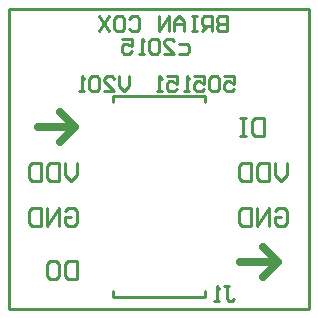
<source format=gbo>
%FSLAX25Y25*%
%MOIN*%
G70*
G01*
G75*
G04 Layer_Color=33789*
%ADD10P,0.08352X4X105.0*%
%ADD11R,0.05906X0.05906*%
%ADD12P,0.08352X4X345.0*%
%ADD13R,0.08000X0.05000*%
%ADD14C,0.02500*%
%ADD15C,0.16500*%
%ADD16C,0.04000*%
%ADD17R,0.17716X0.12205*%
%ADD18C,0.01000*%
D14*
X477000Y515600D02*
X489500D01*
X484500Y510600D02*
X489500Y515600D01*
X484500Y520600D02*
X489500Y515600D01*
X417000Y565600D02*
X422000Y560600D01*
X417000Y555600D02*
X422000Y560600D01*
X409500D02*
X422000D01*
D18*
X400000Y600000D02*
X500000D01*
Y500000D02*
Y600000D01*
X400000Y500000D02*
X500000D01*
X400000D02*
Y600000D01*
X434641Y569018D02*
Y570987D01*
X465153D01*
Y569018D02*
Y570987D01*
X434641Y504058D02*
Y506026D01*
Y504058D02*
X465153D01*
Y506026D01*
X471668Y507498D02*
X473334D01*
X472501D01*
Y503333D01*
X473334Y502500D01*
X474167D01*
X475000Y503333D01*
X470002Y502500D02*
X468335D01*
X469169D01*
Y507498D01*
X470002Y506665D01*
X440000Y577498D02*
Y574166D01*
X438334Y572500D01*
X436668Y574166D01*
Y577498D01*
X431669Y572500D02*
X435002D01*
X431669Y575832D01*
Y576665D01*
X432502Y577498D01*
X434169D01*
X435002Y576665D01*
X430003D02*
X429170Y577498D01*
X427504D01*
X426671Y576665D01*
Y573333D01*
X427504Y572500D01*
X429170D01*
X430003Y573333D01*
Y576665D01*
X425005Y572500D02*
X423339D01*
X424172D01*
Y577498D01*
X425005Y576665D01*
X492500Y548498D02*
Y544499D01*
X490501Y542500D01*
X488501Y544499D01*
Y548498D01*
X486502D02*
Y542500D01*
X483503D01*
X482503Y543500D01*
Y547498D01*
X483503Y548498D01*
X486502D01*
X480504D02*
Y542500D01*
X477505D01*
X476505Y543500D01*
Y547498D01*
X477505Y548498D01*
X480504D01*
X418501Y532498D02*
X419501Y533498D01*
X421500D01*
X422500Y532498D01*
Y528500D01*
X421500Y527500D01*
X419501D01*
X418501Y528500D01*
Y530499D01*
X420501D01*
X416502Y527500D02*
Y533498D01*
X412503Y527500D01*
Y533498D01*
X410504D02*
Y527500D01*
X407505D01*
X406505Y528500D01*
Y532498D01*
X407505Y533498D01*
X410504D01*
X422500Y515998D02*
Y510000D01*
X419501D01*
X418501Y511000D01*
Y514998D01*
X419501Y515998D01*
X422500D01*
X413503D02*
X415502D01*
X416502Y514998D01*
Y511000D01*
X415502Y510000D01*
X413503D01*
X412503Y511000D01*
Y514998D01*
X413503Y515998D01*
X422500Y548498D02*
Y544499D01*
X420501Y542500D01*
X418501Y544499D01*
Y548498D01*
X416502D02*
Y542500D01*
X413503D01*
X412503Y543500D01*
Y547498D01*
X413503Y548498D01*
X416502D01*
X410504D02*
Y542500D01*
X407505D01*
X406505Y543500D01*
Y547498D01*
X407505Y548498D01*
X410504D01*
X485000Y563498D02*
Y557500D01*
X482001D01*
X481001Y558500D01*
Y562498D01*
X482001Y563498D01*
X485000D01*
X479002D02*
X477003D01*
X478002D01*
Y557500D01*
X479002D01*
X477003D01*
X488501Y532498D02*
X489501Y533498D01*
X491500D01*
X492500Y532498D01*
Y528500D01*
X491500Y527500D01*
X489501D01*
X488501Y528500D01*
Y530499D01*
X490501D01*
X486502Y527500D02*
Y533498D01*
X482503Y527500D01*
Y533498D01*
X480504D02*
Y527500D01*
X477505D01*
X476505Y528500D01*
Y532498D01*
X477505Y533498D01*
X480504D01*
X471668Y577498D02*
X475000D01*
Y574999D01*
X473334Y575832D01*
X472501D01*
X471668Y574999D01*
Y573333D01*
X472501Y572500D01*
X474167D01*
X475000Y573333D01*
X470002Y576665D02*
X469169Y577498D01*
X467502D01*
X466669Y576665D01*
Y573333D01*
X467502Y572500D01*
X469169D01*
X470002Y573333D01*
Y576665D01*
X461671Y577498D02*
X465003D01*
Y574999D01*
X463337Y575832D01*
X462504D01*
X461671Y574999D01*
Y573333D01*
X462504Y572500D01*
X464170D01*
X465003Y573333D01*
X460005Y572500D02*
X458339D01*
X459172D01*
Y577498D01*
X460005Y576665D01*
X452507Y577498D02*
X455839D01*
Y574999D01*
X454173Y575832D01*
X453340D01*
X452507Y574999D01*
Y573333D01*
X453340Y572500D01*
X455007D01*
X455839Y573333D01*
X450841Y572500D02*
X449175D01*
X450008D01*
Y577498D01*
X450841Y576665D01*
X456668Y588332D02*
X459167D01*
X460000Y587499D01*
Y585833D01*
X459167Y585000D01*
X456668D01*
X451669D02*
X455002D01*
X451669Y588332D01*
Y589165D01*
X452502Y589998D01*
X454169D01*
X455002Y589165D01*
X450003D02*
X449170Y589998D01*
X447504D01*
X446671Y589165D01*
Y585833D01*
X447504Y585000D01*
X449170D01*
X450003Y585833D01*
Y589165D01*
X445005Y585000D02*
X443339D01*
X444172D01*
Y589998D01*
X445005Y589165D01*
X437507Y589998D02*
X440839D01*
Y587499D01*
X439173Y588332D01*
X438340D01*
X437507Y587499D01*
Y585833D01*
X438340Y585000D01*
X440006D01*
X440839Y585833D01*
X472500Y597498D02*
Y592500D01*
X470001D01*
X469168Y593333D01*
Y594166D01*
X470001Y594999D01*
X472500D01*
X470001D01*
X469168Y595832D01*
Y596665D01*
X470001Y597498D01*
X472500D01*
X467502Y592500D02*
Y597498D01*
X465002D01*
X464169Y596665D01*
Y594999D01*
X465002Y594166D01*
X467502D01*
X465836D02*
X464169Y592500D01*
X462503Y597498D02*
X460837D01*
X461670D01*
Y592500D01*
X462503D01*
X460837D01*
X458338D02*
Y595832D01*
X456672Y597498D01*
X455006Y595832D01*
Y592500D01*
Y594999D01*
X458338D01*
X453339Y592500D02*
Y597498D01*
X450007Y592500D01*
Y597498D01*
X440010Y596665D02*
X440844Y597498D01*
X442510D01*
X443343Y596665D01*
Y593333D01*
X442510Y592500D01*
X440844D01*
X440010Y593333D01*
X435845Y597498D02*
X437511D01*
X438344Y596665D01*
Y593333D01*
X437511Y592500D01*
X435845D01*
X435012Y593333D01*
Y596665D01*
X435845Y597498D01*
X433346D02*
X430014Y592500D01*
Y597498D02*
X433346Y592500D01*
M02*

</source>
